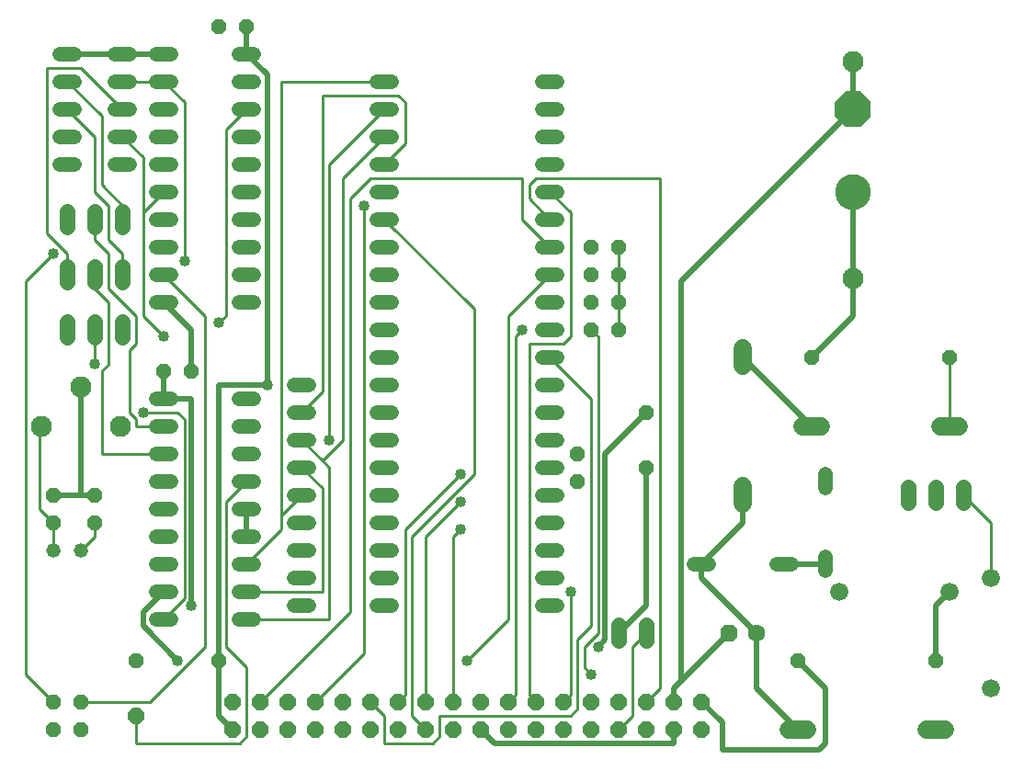
<source format=gtl>
G04 EAGLE Gerber RS-274X export*
G75*
%MOMM*%
%FSLAX34Y34*%
%LPD*%
%INTop Copper*%
%IPPOS*%
%AMOC8*
5,1,8,0,0,1.08239X$1,22.5*%
G01*
%ADD10P,1.429621X8X202.500000*%
%ADD11P,1.429621X8X292.500000*%
%ADD12P,1.429621X8X112.500000*%
%ADD13P,1.732040X8X202.500000*%
%ADD14C,1.600200*%
%ADD15C,1.422400*%
%ADD16C,1.320800*%
%ADD17P,1.539592X8X292.500000*%
%ADD18P,1.539592X8X202.500000*%
%ADD19P,1.649562X8X202.500000*%
%ADD20C,1.320800*%
%ADD21C,1.950000*%
%ADD22P,1.429621X8X22.500000*%
%ADD23P,1.649562X8X22.500000*%
%ADD24C,1.676400*%
%ADD25C,1.676400*%
%ADD26P,3.574052X8X112.500000*%
%ADD27C,3.302000*%
%ADD28C,0.508000*%
%ADD29C,0.254000*%
%ADD30C,1.016000*%


D10*
X215900Y685800D03*
X190500Y685800D03*
D11*
X584200Y330200D03*
X584200Y279400D03*
D12*
X520700Y266700D03*
X520700Y292100D03*
D13*
X660400Y127000D03*
D14*
X685800Y127000D03*
D15*
X584200Y119888D02*
X584200Y134112D01*
X558800Y134112D02*
X558800Y119888D01*
D16*
X349504Y635000D02*
X336296Y635000D01*
X336296Y609600D02*
X349504Y609600D01*
X349504Y482600D02*
X336296Y482600D01*
X336296Y457200D02*
X349504Y457200D01*
X349504Y584200D02*
X336296Y584200D01*
X336296Y558800D02*
X349504Y558800D01*
X349504Y508000D02*
X336296Y508000D01*
X336296Y533400D02*
X349504Y533400D01*
X349504Y431800D02*
X336296Y431800D01*
X336296Y406400D02*
X349504Y406400D01*
X349504Y381000D02*
X336296Y381000D01*
X336296Y355600D02*
X349504Y355600D01*
X349504Y330200D02*
X336296Y330200D01*
X336296Y304800D02*
X349504Y304800D01*
X349504Y279400D02*
X336296Y279400D01*
X336296Y254000D02*
X349504Y254000D01*
X349504Y228600D02*
X336296Y228600D01*
X336296Y203200D02*
X349504Y203200D01*
X349504Y177800D02*
X336296Y177800D01*
X336296Y152400D02*
X349504Y152400D01*
X488696Y152400D02*
X501904Y152400D01*
X501904Y177800D02*
X488696Y177800D01*
X488696Y203200D02*
X501904Y203200D01*
X501904Y228600D02*
X488696Y228600D01*
X488696Y254000D02*
X501904Y254000D01*
X501904Y279400D02*
X488696Y279400D01*
X488696Y304800D02*
X501904Y304800D01*
X501904Y330200D02*
X488696Y330200D01*
X488696Y355600D02*
X501904Y355600D01*
X501904Y381000D02*
X488696Y381000D01*
X488696Y406400D02*
X501904Y406400D01*
X501904Y431800D02*
X488696Y431800D01*
X488696Y457200D02*
X501904Y457200D01*
X501904Y482600D02*
X488696Y482600D01*
X488696Y508000D02*
X501904Y508000D01*
X501904Y533400D02*
X488696Y533400D01*
X488696Y558800D02*
X501904Y558800D01*
X501904Y584200D02*
X488696Y584200D01*
X488696Y609600D02*
X501904Y609600D01*
X501904Y635000D02*
X488696Y635000D01*
X146304Y660400D02*
X133096Y660400D01*
X133096Y635000D02*
X146304Y635000D01*
X146304Y508000D02*
X133096Y508000D01*
X133096Y482600D02*
X146304Y482600D01*
X146304Y609600D02*
X133096Y609600D01*
X133096Y584200D02*
X146304Y584200D01*
X146304Y533400D02*
X133096Y533400D01*
X133096Y558800D02*
X146304Y558800D01*
X146304Y457200D02*
X133096Y457200D01*
X133096Y431800D02*
X146304Y431800D01*
X209296Y431800D02*
X222504Y431800D01*
X222504Y457200D02*
X209296Y457200D01*
X209296Y482600D02*
X222504Y482600D01*
X222504Y508000D02*
X209296Y508000D01*
X209296Y533400D02*
X222504Y533400D01*
X222504Y558800D02*
X209296Y558800D01*
X209296Y584200D02*
X222504Y584200D01*
X222504Y609600D02*
X209296Y609600D01*
X209296Y635000D02*
X222504Y635000D01*
X222504Y660400D02*
X209296Y660400D01*
X146304Y342900D02*
X133096Y342900D01*
X133096Y317500D02*
X146304Y317500D01*
X146304Y292100D02*
X133096Y292100D01*
X133096Y266700D02*
X146304Y266700D01*
X146304Y241300D02*
X133096Y241300D01*
X133096Y215900D02*
X146304Y215900D01*
X146304Y190500D02*
X133096Y190500D01*
X133096Y165100D02*
X146304Y165100D01*
X146304Y139700D02*
X133096Y139700D01*
X209296Y139700D02*
X222504Y139700D01*
X222504Y165100D02*
X209296Y165100D01*
X209296Y190500D02*
X222504Y190500D01*
X222504Y215900D02*
X209296Y215900D01*
X209296Y241300D02*
X222504Y241300D01*
X222504Y266700D02*
X209296Y266700D01*
X209296Y292100D02*
X222504Y292100D01*
X222504Y317500D02*
X209296Y317500D01*
X209296Y342900D02*
X222504Y342900D01*
X260096Y355600D02*
X273304Y355600D01*
X273304Y330200D02*
X260096Y330200D01*
X260096Y304800D02*
X273304Y304800D01*
X273304Y279400D02*
X260096Y279400D01*
X260096Y254000D02*
X273304Y254000D01*
X273304Y228600D02*
X260096Y228600D01*
X260096Y203200D02*
X273304Y203200D01*
X273304Y177800D02*
X260096Y177800D01*
X260096Y152400D02*
X273304Y152400D01*
D15*
X50800Y399288D02*
X50800Y413512D01*
X76200Y413512D02*
X76200Y399288D01*
X101600Y399288D02*
X101600Y413512D01*
X50800Y450088D02*
X50800Y464312D01*
X76200Y464312D02*
X76200Y450088D01*
X101600Y450088D02*
X101600Y464312D01*
X50800Y500888D02*
X50800Y515112D01*
X76200Y515112D02*
X76200Y500888D01*
X101600Y500888D02*
X101600Y515112D01*
D16*
X108204Y558800D02*
X94996Y558800D01*
X94996Y584200D02*
X108204Y584200D01*
X108204Y609600D02*
X94996Y609600D01*
X94996Y635000D02*
X108204Y635000D01*
X108204Y660400D02*
X94996Y660400D01*
X57404Y558800D02*
X44196Y558800D01*
X44196Y584200D02*
X57404Y584200D01*
X57404Y609600D02*
X44196Y609600D01*
X44196Y635000D02*
X57404Y635000D01*
X57404Y660400D02*
X44196Y660400D01*
D17*
X533400Y482600D03*
X558800Y482600D03*
X533400Y457200D03*
X558800Y457200D03*
X533400Y431800D03*
X558800Y431800D03*
X558800Y406400D03*
X533400Y406400D03*
D18*
X63500Y63500D03*
X63500Y38100D03*
X38100Y63500D03*
X38100Y38100D03*
D19*
X635000Y63500D03*
X609600Y63500D03*
X584200Y63500D03*
X558800Y63500D03*
X533400Y63500D03*
X508000Y63500D03*
X635000Y38100D03*
X609600Y38100D03*
X584200Y38100D03*
X558800Y38100D03*
X533400Y38100D03*
X508000Y38100D03*
X482600Y63500D03*
X482600Y38100D03*
X457200Y63500D03*
X431800Y63500D03*
X406400Y63500D03*
X381000Y63500D03*
X355600Y63500D03*
X330200Y63500D03*
X457200Y38100D03*
X431800Y38100D03*
X406400Y38100D03*
X381000Y38100D03*
X355600Y38100D03*
X330200Y38100D03*
X304800Y63500D03*
X304800Y38100D03*
X279400Y63500D03*
X254000Y63500D03*
X228600Y63500D03*
X203200Y63500D03*
X279400Y38100D03*
X254000Y38100D03*
X228600Y38100D03*
X203200Y38100D03*
D20*
X63500Y203200D03*
X38100Y203200D03*
D12*
X76200Y228600D03*
X76200Y254000D03*
X38100Y228600D03*
X38100Y254000D03*
D21*
X63500Y353568D03*
X27432Y317500D03*
X99568Y317500D03*
D22*
X114300Y101600D03*
X190500Y101600D03*
D23*
X114300Y50800D03*
D21*
X774700Y653000D03*
X774700Y453000D03*
D16*
X717804Y190500D02*
X704596Y190500D01*
X641604Y190500D02*
X628396Y190500D01*
X749300Y260096D02*
X749300Y273304D01*
X749300Y197104D02*
X749300Y183896D01*
D10*
X863600Y381000D03*
X736600Y381000D03*
D24*
X728218Y317500D02*
X744982Y317500D01*
X855218Y317500D02*
X871982Y317500D01*
X673100Y372618D02*
X673100Y389382D01*
X673100Y262382D02*
X673100Y245618D01*
D22*
X139700Y368300D03*
X165100Y368300D03*
D15*
X825500Y261112D02*
X825500Y246888D01*
X850900Y246888D02*
X850900Y261112D01*
X876300Y261112D02*
X876300Y246888D01*
D25*
X863600Y165100D03*
X762000Y165100D03*
X901700Y76200D03*
X901700Y177800D03*
D10*
X850900Y101600D03*
X723900Y101600D03*
D24*
X715518Y38100D02*
X732282Y38100D01*
X842518Y38100D02*
X859282Y38100D01*
D26*
X774700Y609600D03*
D27*
X774700Y533400D03*
D28*
X101600Y660400D02*
X50800Y660400D01*
X101600Y660400D02*
X139700Y660400D01*
X215900Y241300D02*
X215900Y215900D01*
X76200Y254000D02*
X63500Y254000D01*
X38100Y254000D01*
X63500Y254000D02*
X63500Y353568D01*
X139700Y431800D02*
X165100Y406400D01*
X165100Y368300D01*
X558800Y127000D02*
X584200Y152400D01*
X584200Y279400D01*
X774700Y609600D02*
X774700Y653000D01*
X615950Y82550D02*
X609600Y76200D01*
X615950Y82550D02*
X660400Y127000D01*
X609600Y76200D02*
X609600Y63500D01*
X615950Y450850D02*
X774700Y609600D01*
X615950Y450850D02*
X615950Y82550D01*
D29*
X311150Y146050D02*
X228600Y63500D01*
X311150Y146050D02*
X311150Y527050D01*
X330200Y546100D01*
X469900Y546100D01*
X469900Y508000D01*
X495300Y482600D01*
X457200Y139700D02*
X419100Y101600D01*
X457200Y139700D02*
X457200Y419100D01*
X495300Y457200D01*
D30*
X419100Y101600D03*
D29*
X323850Y107950D02*
X279400Y63500D01*
X323850Y107950D02*
X323850Y520700D01*
D30*
X323850Y520700D03*
D29*
X527050Y95250D02*
X533400Y88900D01*
X527050Y95250D02*
X527050Y114300D01*
X539750Y127000D01*
X539750Y400050D01*
X533400Y406400D01*
D30*
X533400Y88900D03*
D29*
X533400Y342900D02*
X495300Y381000D01*
X533400Y342900D02*
X533400Y133350D01*
X520700Y120650D01*
X520700Y57150D01*
X514350Y50800D01*
X393700Y50800D01*
X393700Y31750D01*
X387350Y25400D01*
X342900Y25400D01*
X342900Y50800D01*
X330200Y63500D01*
X361950Y222250D02*
X412750Y273050D01*
X361950Y222250D02*
X361950Y69850D01*
X355600Y63500D01*
D30*
X412750Y273050D03*
D29*
X412750Y247650D02*
X381000Y215900D01*
X381000Y63500D01*
D30*
X412750Y247650D03*
D29*
X412750Y222250D02*
X406400Y215900D01*
X406400Y63500D01*
D30*
X412750Y222250D03*
D28*
X431800Y38100D02*
X444500Y25400D01*
X609600Y25400D01*
X609600Y38100D01*
X635000Y190500D02*
X673100Y228600D01*
X673100Y254000D01*
X635000Y177800D02*
X685800Y127000D01*
X635000Y177800D02*
X635000Y190500D01*
X685800Y76200D02*
X723900Y38100D01*
X685800Y76200D02*
X685800Y127000D01*
X215900Y660400D02*
X215900Y685800D01*
X190500Y101600D02*
X190500Y50800D01*
X203200Y38100D01*
X120650Y146050D02*
X139700Y165100D01*
X120650Y146050D02*
X120650Y133350D01*
X152400Y101600D01*
X190500Y355600D02*
X234950Y355600D01*
X190500Y355600D02*
X190500Y101600D01*
X234950Y641350D02*
X215900Y660400D01*
X234950Y641350D02*
X234950Y355600D01*
D30*
X152400Y101600D03*
X234950Y355600D03*
D29*
X342900Y508000D02*
X425450Y425450D01*
X425450Y273050D01*
X368300Y215900D01*
X368300Y50800D01*
X381000Y38100D01*
X495300Y508000D02*
X476250Y527050D01*
X476250Y539750D01*
X482600Y546100D01*
X596900Y546100D01*
X596900Y76200D01*
X584200Y63500D01*
X463550Y400050D02*
X469900Y406400D01*
X463550Y400050D02*
X463550Y69850D01*
X457200Y63500D01*
D30*
X469900Y406400D03*
D29*
X514350Y514350D02*
X495300Y533400D01*
X514350Y514350D02*
X514350Y400050D01*
X508000Y393700D01*
X476250Y393700D01*
X476250Y69850D01*
X482600Y63500D01*
X571500Y114300D02*
X584200Y127000D01*
X571500Y114300D02*
X571500Y50800D01*
X558800Y38100D01*
X514350Y69850D02*
X514350Y165100D01*
X514350Y69850D02*
X508000Y63500D01*
D30*
X514350Y165100D03*
D29*
X158750Y158750D02*
X139700Y139700D01*
X158750Y158750D02*
X158750Y323850D01*
X152400Y330200D01*
X120650Y330200D01*
X342900Y558800D02*
X361950Y577850D01*
X361950Y615950D01*
X355600Y622300D01*
X285750Y622300D01*
X285750Y349250D01*
X266700Y330200D01*
D30*
X120650Y330200D03*
D29*
X215900Y139700D02*
X292100Y139700D01*
X292100Y279400D01*
X285750Y285750D02*
X266700Y304800D01*
X285750Y285750D02*
X292100Y279400D01*
X304800Y546100D02*
X342900Y584200D01*
X304800Y546100D02*
X304800Y304800D01*
X285750Y285750D01*
X285750Y165100D02*
X215900Y165100D01*
X285750Y165100D02*
X285750Y260350D01*
X266700Y279400D01*
X292100Y558800D02*
X342900Y609600D01*
X292100Y558800D02*
X292100Y304800D01*
D30*
X292100Y304800D03*
D29*
X247650Y222250D02*
X215900Y190500D01*
X247650Y222250D02*
X247650Y234950D01*
X266700Y254000D01*
X247650Y635000D02*
X342900Y635000D01*
X247650Y635000D02*
X247650Y234950D01*
X190500Y412750D02*
X196850Y419100D01*
X196850Y590550D01*
X215900Y609600D01*
D30*
X190500Y412750D03*
D29*
X76200Y584200D02*
X50800Y609600D01*
X76200Y584200D02*
X76200Y533400D01*
X88900Y520700D01*
X88900Y488950D01*
X101600Y476250D01*
X101600Y457200D01*
X82550Y603250D02*
X50800Y635000D01*
X82550Y603250D02*
X82550Y539750D01*
X101600Y520700D01*
X101600Y508000D01*
X76200Y406400D02*
X76200Y374650D01*
D30*
X76200Y374650D03*
D29*
X82550Y292100D02*
X139700Y292100D01*
X82550Y292100D02*
X82550Y368300D01*
X88900Y374650D01*
X88900Y431800D01*
X76200Y444500D01*
X76200Y457200D01*
X114300Y317500D02*
X139700Y317500D01*
X114300Y317500D02*
X114300Y323850D01*
X107950Y330200D01*
X107950Y387350D01*
X114300Y393700D01*
X114300Y419100D01*
X88900Y444500D01*
X88900Y476250D01*
X76200Y488950D01*
X76200Y508000D01*
X101600Y635000D02*
X139700Y635000D01*
X158750Y615950D01*
X158750Y469900D01*
D30*
X158750Y469900D03*
D29*
X101600Y609600D02*
X63500Y647700D01*
X31750Y647700D01*
X31750Y495300D01*
X50800Y476250D01*
X50800Y457200D01*
X120650Y419100D02*
X139700Y400050D01*
X120650Y419100D02*
X120650Y514350D01*
X139700Y533400D01*
X120650Y565150D02*
X101600Y584200D01*
X120650Y565150D02*
X120650Y514350D01*
D30*
X139700Y400050D03*
D29*
X558800Y406400D02*
X558800Y431800D01*
X558800Y457200D02*
X558800Y482600D01*
X558800Y457200D02*
X558800Y431800D01*
X177800Y419100D02*
X139700Y457200D01*
X177800Y419100D02*
X177800Y114300D01*
X127000Y63500D01*
X63500Y63500D01*
X12700Y450850D02*
X38100Y476250D01*
X12700Y450850D02*
X12700Y88900D01*
X38100Y63500D01*
D30*
X38100Y476250D03*
D29*
X76200Y215900D02*
X63500Y203200D01*
X76200Y215900D02*
X76200Y228600D01*
X38100Y228600D02*
X38100Y203200D01*
X38100Y228600D02*
X25400Y241300D01*
X25400Y317500D01*
X27432Y317500D01*
X196850Y247650D02*
X215900Y266700D01*
X196850Y247650D02*
X196850Y114300D01*
X215900Y95250D01*
X215900Y31750D01*
X209550Y25400D01*
X114300Y25400D01*
X114300Y50800D01*
D28*
X139700Y342900D02*
X139700Y368300D01*
X673100Y381000D02*
X736600Y317500D01*
X165100Y342900D02*
X139700Y342900D01*
X165100Y342900D02*
X165100Y152400D01*
X539750Y114300D02*
X546100Y120650D01*
X546100Y292100D01*
X584200Y330200D01*
D30*
X165100Y152400D03*
X539750Y114300D03*
D29*
X863600Y317500D02*
X863600Y381000D01*
D28*
X749300Y190500D02*
X711200Y190500D01*
X736600Y381000D02*
X774700Y419100D01*
X774700Y453000D01*
X774700Y533400D01*
X863600Y165100D02*
X850900Y152400D01*
X850900Y101600D01*
D29*
X901700Y228600D02*
X876300Y254000D01*
X901700Y228600D02*
X901700Y177800D01*
D28*
X749300Y76200D02*
X723900Y101600D01*
X749300Y76200D02*
X749300Y25400D01*
X742950Y19050D01*
X654050Y19050D01*
X654050Y44450D01*
X635000Y63500D01*
M02*

</source>
